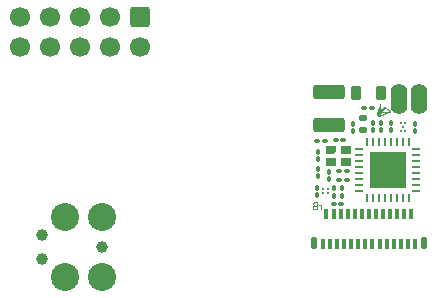
<source format=gbr>
%TF.GenerationSoftware,KiCad,Pcbnew,(7.0.0)*%
%TF.CreationDate,2023-09-15T12:30:04-04:00*%
%TF.ProjectId,headstage-neuropix2e,68656164-7374-4616-9765-2d6e6575726f,B (Beta)*%
%TF.SameCoordinates,Original*%
%TF.FileFunction,Soldermask,Bot*%
%TF.FilePolarity,Negative*%
%FSLAX46Y46*%
G04 Gerber Fmt 4.6, Leading zero omitted, Abs format (unit mm)*
G04 Created by KiCad (PCBNEW (7.0.0)) date 2023-09-15 12:30:04*
%MOMM*%
%LPD*%
G01*
G04 APERTURE LIST*
G04 Aperture macros list*
%AMRoundRect*
0 Rectangle with rounded corners*
0 $1 Rounding radius*
0 $2 $3 $4 $5 $6 $7 $8 $9 X,Y pos of 4 corners*
0 Add a 4 corners polygon primitive as box body*
4,1,4,$2,$3,$4,$5,$6,$7,$8,$9,$2,$3,0*
0 Add four circle primitives for the rounded corners*
1,1,$1+$1,$2,$3*
1,1,$1+$1,$4,$5*
1,1,$1+$1,$6,$7*
1,1,$1+$1,$8,$9*
0 Add four rect primitives between the rounded corners*
20,1,$1+$1,$2,$3,$4,$5,0*
20,1,$1+$1,$4,$5,$6,$7,0*
20,1,$1+$1,$6,$7,$8,$9,0*
20,1,$1+$1,$8,$9,$2,$3,0*%
%AMOutline5P*
0 Free polygon, 5 corners , with rotation*
0 The origin of the aperture is its center*
0 number of corners: always 5*
0 $1 to $10 corner X, Y*
0 $11 Rotation angle, in degrees counterclockwise*
0 create outline with 5 corners*
4,1,5,$1,$2,$3,$4,$5,$6,$7,$8,$9,$10,$1,$2,$11*%
%AMOutline6P*
0 Free polygon, 6 corners , with rotation*
0 The origin of the aperture is its center*
0 number of corners: always 6*
0 $1 to $12 corner X, Y*
0 $13 Rotation angle, in degrees counterclockwise*
0 create outline with 6 corners*
4,1,6,$1,$2,$3,$4,$5,$6,$7,$8,$9,$10,$11,$12,$1,$2,$13*%
%AMOutline7P*
0 Free polygon, 7 corners , with rotation*
0 The origin of the aperture is its center*
0 number of corners: always 7*
0 $1 to $14 corner X, Y*
0 $15 Rotation angle, in degrees counterclockwise*
0 create outline with 7 corners*
4,1,7,$1,$2,$3,$4,$5,$6,$7,$8,$9,$10,$11,$12,$13,$14,$1,$2,$15*%
%AMOutline8P*
0 Free polygon, 8 corners , with rotation*
0 The origin of the aperture is its center*
0 number of corners: always 8*
0 $1 to $16 corner X, Y*
0 $17 Rotation angle, in degrees counterclockwise*
0 create outline with 8 corners*
4,1,8,$1,$2,$3,$4,$5,$6,$7,$8,$9,$10,$11,$12,$13,$14,$15,$16,$1,$2,$17*%
G04 Aperture macros list end*
%ADD10C,0.120000*%
%ADD11C,2.374900*%
%ADD12C,0.990600*%
%ADD13O,1.400000X2.600000*%
%ADD14RoundRect,0.250000X-0.600000X0.600000X-0.600000X-0.600000X0.600000X-0.600000X0.600000X0.600000X0*%
%ADD15C,1.700000*%
%ADD16RoundRect,0.218750X0.218750X0.381250X-0.218750X0.381250X-0.218750X-0.381250X0.218750X-0.381250X0*%
%ADD17RoundRect,0.015000X-0.135000X-0.385000X0.135000X-0.385000X0.135000X0.385000X-0.135000X0.385000X0*%
%ADD18RoundRect,0.020000X-0.180000X-0.455000X0.180000X-0.455000X0.180000X0.455000X-0.180000X0.455000X0*%
%ADD19C,0.216000*%
%ADD20RoundRect,0.100000X-0.100000X0.130000X-0.100000X-0.130000X0.100000X-0.130000X0.100000X0.130000X0*%
%ADD21C,0.200000*%
%ADD22RoundRect,0.100000X-0.130000X-0.100000X0.130000X-0.100000X0.130000X0.100000X-0.130000X0.100000X0*%
%ADD23RoundRect,0.100000X0.130000X0.100000X-0.130000X0.100000X-0.130000X-0.100000X0.130000X-0.100000X0*%
%ADD24RoundRect,0.140000X0.170000X-0.140000X0.170000X0.140000X-0.170000X0.140000X-0.170000X-0.140000X0*%
%ADD25RoundRect,0.100000X0.100000X-0.130000X0.100000X0.130000X-0.100000X0.130000X-0.100000X-0.130000X0*%
%ADD26Outline5P,-0.387500X0.337500X0.387500X0.337500X0.387500X-0.202500X0.252500X-0.337500X-0.387500X-0.337500X0.000000*%
%ADD27RoundRect,0.020250X-0.367250X-0.317250X0.367250X-0.317250X0.367250X0.317250X-0.367250X0.317250X0*%
%ADD28RoundRect,0.036000X-0.264000X0.084000X-0.264000X-0.084000X0.264000X-0.084000X0.264000X0.084000X0*%
%ADD29RoundRect,0.036000X0.084000X0.264000X-0.084000X0.264000X-0.084000X-0.264000X0.084000X-0.264000X0*%
%ADD30RoundRect,0.036000X-0.084000X-0.264000X0.084000X-0.264000X0.084000X0.264000X-0.084000X0.264000X0*%
%ADD31RoundRect,0.062000X-1.488000X-1.488000X1.488000X-1.488000X1.488000X1.488000X-1.488000X1.488000X0*%
%ADD32RoundRect,0.250000X1.075000X-0.375000X1.075000X0.375000X-1.075000X0.375000X-1.075000X-0.375000X0*%
G04 APERTURE END LIST*
D10*
X138394142Y-92713428D02*
X138394142Y-92313428D01*
X138394142Y-92427714D02*
X138365571Y-92370571D01*
X138365571Y-92370571D02*
X138337000Y-92342000D01*
X138337000Y-92342000D02*
X138279857Y-92313428D01*
X138279857Y-92313428D02*
X138222714Y-92313428D01*
X137822713Y-92399142D02*
X137736999Y-92427714D01*
X137736999Y-92427714D02*
X137708428Y-92456285D01*
X137708428Y-92456285D02*
X137679856Y-92513428D01*
X137679856Y-92513428D02*
X137679856Y-92599142D01*
X137679856Y-92599142D02*
X137708428Y-92656285D01*
X137708428Y-92656285D02*
X137736999Y-92684857D01*
X137736999Y-92684857D02*
X137794142Y-92713428D01*
X137794142Y-92713428D02*
X138022713Y-92713428D01*
X138022713Y-92713428D02*
X138022713Y-92113428D01*
X138022713Y-92113428D02*
X137822713Y-92113428D01*
X137822713Y-92113428D02*
X137765571Y-92142000D01*
X137765571Y-92142000D02*
X137736999Y-92170571D01*
X137736999Y-92170571D02*
X137708428Y-92227714D01*
X137708428Y-92227714D02*
X137708428Y-92284857D01*
X137708428Y-92284857D02*
X137736999Y-92342000D01*
X137736999Y-92342000D02*
X137765571Y-92370571D01*
X137765571Y-92370571D02*
X137822713Y-92399142D01*
X137822713Y-92399142D02*
X138022713Y-92399142D01*
%TO.C,G\u002A\u002A\u002A*%
G36*
X143398985Y-84283131D02*
G01*
X143396746Y-84295429D01*
X143393566Y-84313112D01*
X143391240Y-84326319D01*
X143389845Y-84334625D01*
X143389461Y-84337605D01*
X143390873Y-84336794D01*
X143396663Y-84332901D01*
X143406601Y-84326018D01*
X143420341Y-84316390D01*
X143437537Y-84304263D01*
X143457843Y-84289880D01*
X143480913Y-84273488D01*
X143506402Y-84255330D01*
X143533964Y-84235654D01*
X143563253Y-84214702D01*
X143593922Y-84192721D01*
X143615585Y-84177191D01*
X143645692Y-84155639D01*
X143674336Y-84135172D01*
X143701151Y-84116050D01*
X143725772Y-84098530D01*
X143747834Y-84082873D01*
X143766971Y-84069338D01*
X143782817Y-84058184D01*
X143795007Y-84049671D01*
X143803176Y-84044057D01*
X143806958Y-84041602D01*
X143812941Y-84038974D01*
X143827481Y-84036835D01*
X143841810Y-84040266D01*
X143843671Y-84041621D01*
X143849747Y-84046745D01*
X143859604Y-84055387D01*
X143872945Y-84067278D01*
X143889472Y-84082149D01*
X143908889Y-84099729D01*
X143930897Y-84119747D01*
X143955199Y-84141935D01*
X143981499Y-84166021D01*
X144009499Y-84191737D01*
X144038902Y-84218812D01*
X144069409Y-84246975D01*
X144087136Y-84263358D01*
X144121492Y-84295113D01*
X144151904Y-84323250D01*
X144178607Y-84348014D01*
X144201835Y-84369653D01*
X144221824Y-84388414D01*
X144238808Y-84404542D01*
X144253023Y-84418286D01*
X144264704Y-84429891D01*
X144272002Y-84437448D01*
X144274085Y-84439605D01*
X144281401Y-84447673D01*
X144286887Y-84454344D01*
X144290779Y-84459863D01*
X144293310Y-84464477D01*
X144294717Y-84468434D01*
X144295233Y-84471979D01*
X144295095Y-84475359D01*
X144294538Y-84478822D01*
X144293794Y-84482614D01*
X144292334Y-84487833D01*
X144285366Y-84500042D01*
X144274746Y-84510452D01*
X144262007Y-84517385D01*
X144260799Y-84517843D01*
X144254288Y-84520468D01*
X144242858Y-84525165D01*
X144226842Y-84531797D01*
X144206574Y-84540221D01*
X144196950Y-84544231D01*
X144182385Y-84550300D01*
X144154610Y-84561892D01*
X144123580Y-84574859D01*
X144089628Y-84589060D01*
X144053086Y-84604356D01*
X144014289Y-84620607D01*
X143973567Y-84637673D01*
X143931255Y-84655415D01*
X143887684Y-84673692D01*
X143843188Y-84692366D01*
X143798099Y-84711296D01*
X143752749Y-84730342D01*
X143707473Y-84749365D01*
X143662601Y-84768224D01*
X143618468Y-84786782D01*
X143575405Y-84804896D01*
X143533746Y-84822428D01*
X143493823Y-84839239D01*
X143455968Y-84855187D01*
X143420516Y-84870134D01*
X143387797Y-84883940D01*
X143358146Y-84896465D01*
X143331894Y-84907569D01*
X143309375Y-84917112D01*
X143290921Y-84924955D01*
X143276864Y-84930958D01*
X143267539Y-84934981D01*
X143263277Y-84936885D01*
X143260246Y-84938269D01*
X143244899Y-84942346D01*
X143229831Y-84942060D01*
X143216224Y-84937749D01*
X143205265Y-84929748D01*
X143198138Y-84918394D01*
X143197510Y-84916515D01*
X143195214Y-84909172D01*
X143191514Y-84897078D01*
X143186572Y-84880772D01*
X143180551Y-84860797D01*
X143173615Y-84837695D01*
X143165927Y-84812007D01*
X143160270Y-84793053D01*
X143370562Y-84793053D01*
X143371497Y-84792784D01*
X143377137Y-84790622D01*
X143387511Y-84786459D01*
X143402197Y-84780470D01*
X143420774Y-84772832D01*
X143442820Y-84763722D01*
X143467914Y-84753317D01*
X143495635Y-84741792D01*
X143525562Y-84729326D01*
X143557274Y-84716094D01*
X143590348Y-84702273D01*
X143624365Y-84688039D01*
X143658902Y-84673570D01*
X143693539Y-84659042D01*
X143727854Y-84644632D01*
X143761426Y-84630515D01*
X143793834Y-84616869D01*
X143824656Y-84603871D01*
X143853471Y-84591697D01*
X143879858Y-84580524D01*
X143903396Y-84570528D01*
X143923664Y-84561886D01*
X143940239Y-84554774D01*
X143952702Y-84549370D01*
X143960630Y-84545850D01*
X143963603Y-84544390D01*
X143963736Y-84544231D01*
X143962369Y-84543284D01*
X143956962Y-84543810D01*
X143953976Y-84544186D01*
X143945365Y-84545067D01*
X143931796Y-84546364D01*
X143913756Y-84548032D01*
X143891733Y-84550029D01*
X143866212Y-84552310D01*
X143837682Y-84554831D01*
X143806630Y-84557549D01*
X143773541Y-84560420D01*
X143738905Y-84563400D01*
X143710799Y-84565825D01*
X143677519Y-84568741D01*
X143646242Y-84571531D01*
X143617446Y-84574150D01*
X143591611Y-84576551D01*
X143569214Y-84578690D01*
X143550735Y-84580522D01*
X143536654Y-84582001D01*
X143527447Y-84583082D01*
X143523596Y-84583721D01*
X143522180Y-84584908D01*
X143517359Y-84590397D01*
X143514611Y-84593817D01*
X143509763Y-84599851D01*
X143499774Y-84612768D01*
X143487773Y-84628646D01*
X143474142Y-84646985D01*
X143459262Y-84667281D01*
X143443515Y-84689034D01*
X143433382Y-84703144D01*
X143418570Y-84723862D01*
X143405132Y-84742771D01*
X143393412Y-84759380D01*
X143383752Y-84773202D01*
X143376495Y-84783747D01*
X143371984Y-84790527D01*
X143370562Y-84793053D01*
X143160270Y-84793053D01*
X143157650Y-84784274D01*
X143148946Y-84755039D01*
X143143851Y-84737925D01*
X143135335Y-84709425D01*
X143127313Y-84682707D01*
X143119954Y-84658320D01*
X143113421Y-84636810D01*
X143107884Y-84618726D01*
X143106486Y-84614218D01*
X143200381Y-84614218D01*
X143200640Y-84615689D01*
X143202277Y-84622131D01*
X143205171Y-84632550D01*
X143209028Y-84645900D01*
X143213556Y-84661136D01*
X143216212Y-84669906D01*
X143220523Y-84683889D01*
X143224114Y-84695220D01*
X143226671Y-84702913D01*
X143227878Y-84705981D01*
X143228136Y-84706195D01*
X143228652Y-84706021D01*
X143229003Y-84705163D01*
X143320730Y-84705163D01*
X143321601Y-84704422D01*
X143325446Y-84699755D01*
X143331893Y-84691369D01*
X143340457Y-84679909D01*
X143350655Y-84666017D01*
X143362003Y-84650335D01*
X143369284Y-84640180D01*
X143379809Y-84625403D01*
X143388758Y-84612714D01*
X143395669Y-84602778D01*
X143400076Y-84596258D01*
X143401517Y-84593817D01*
X143400078Y-84593604D01*
X143393974Y-84593827D01*
X143384533Y-84594603D01*
X143373277Y-84595759D01*
X143361726Y-84597124D01*
X143351401Y-84598523D01*
X143343825Y-84599785D01*
X143340517Y-84600738D01*
X143339618Y-84603320D01*
X143338413Y-84608247D01*
X143337769Y-84610880D01*
X143335267Y-84622404D01*
X143332319Y-84636922D01*
X143329137Y-84653462D01*
X143326505Y-84667779D01*
X143323933Y-84682446D01*
X143322010Y-84694195D01*
X143320892Y-84702081D01*
X143320730Y-84705163D01*
X143229003Y-84705163D01*
X143229298Y-84704443D01*
X143230231Y-84700735D01*
X143231609Y-84694173D01*
X143233588Y-84684031D01*
X143236325Y-84669584D01*
X143239978Y-84650108D01*
X143240956Y-84644813D01*
X143243407Y-84630795D01*
X143245212Y-84619315D01*
X143246211Y-84611443D01*
X143246245Y-84608247D01*
X143244330Y-84607655D01*
X143237968Y-84607553D01*
X143228955Y-84608223D01*
X143218991Y-84609447D01*
X143209775Y-84611001D01*
X143203005Y-84612665D01*
X143200381Y-84614218D01*
X143106486Y-84614218D01*
X143103506Y-84604613D01*
X143100456Y-84595020D01*
X143098900Y-84590493D01*
X143096047Y-84581122D01*
X143095851Y-84565471D01*
X143101181Y-84548690D01*
X143101257Y-84548521D01*
X143103295Y-84543743D01*
X143107392Y-84533912D01*
X143113411Y-84519364D01*
X143118214Y-84507713D01*
X143356190Y-84507713D01*
X143366809Y-84507327D01*
X143369875Y-84507155D01*
X143379140Y-84506442D01*
X143392226Y-84505304D01*
X143407856Y-84503854D01*
X143424750Y-84502204D01*
X143472072Y-84497468D01*
X143480692Y-84485467D01*
X143590592Y-84485467D01*
X143591054Y-84486047D01*
X143592657Y-84486422D01*
X143595828Y-84486562D01*
X143600993Y-84486439D01*
X143608578Y-84486022D01*
X143619010Y-84485284D01*
X143632714Y-84484194D01*
X143650118Y-84482724D01*
X143671647Y-84480845D01*
X143697727Y-84478528D01*
X143728785Y-84475743D01*
X143765247Y-84472461D01*
X143791856Y-84470066D01*
X143833283Y-84466337D01*
X143869683Y-84463063D01*
X143901564Y-84460200D01*
X143929434Y-84457701D01*
X143953801Y-84455522D01*
X143975171Y-84453618D01*
X143994055Y-84451943D01*
X144010958Y-84450453D01*
X144026389Y-84449101D01*
X144040857Y-84447844D01*
X144054868Y-84446637D01*
X144068930Y-84445433D01*
X144083552Y-84444187D01*
X144087932Y-84443811D01*
X144105381Y-84442212D01*
X144120462Y-84440678D01*
X144132306Y-84439307D01*
X144140049Y-84438197D01*
X144142823Y-84437448D01*
X144141976Y-84436415D01*
X144137362Y-84431801D01*
X144129102Y-84423872D01*
X144117612Y-84413012D01*
X144103311Y-84399605D01*
X144086615Y-84384035D01*
X144067943Y-84366686D01*
X144047711Y-84347942D01*
X144026337Y-84328187D01*
X144004238Y-84307806D01*
X143981832Y-84287182D01*
X143959536Y-84266699D01*
X143937767Y-84246742D01*
X143916944Y-84227694D01*
X143897482Y-84209940D01*
X143879801Y-84193864D01*
X143864316Y-84179849D01*
X143851446Y-84168280D01*
X143841608Y-84159541D01*
X143835219Y-84154016D01*
X143832697Y-84152089D01*
X143831117Y-84153892D01*
X143826399Y-84160003D01*
X143818893Y-84169992D01*
X143808937Y-84183394D01*
X143796866Y-84199748D01*
X143783018Y-84218589D01*
X143767729Y-84239456D01*
X143751336Y-84261885D01*
X143739104Y-84278656D01*
X143734175Y-84285414D01*
X143716584Y-84309578D01*
X143698899Y-84333915D01*
X143681456Y-84357963D01*
X143664593Y-84381258D01*
X143648646Y-84403337D01*
X143633952Y-84423738D01*
X143620847Y-84441996D01*
X143609669Y-84457650D01*
X143600754Y-84470236D01*
X143594438Y-84479292D01*
X143591059Y-84484353D01*
X143590846Y-84484710D01*
X143590592Y-84485467D01*
X143480692Y-84485467D01*
X143541452Y-84400879D01*
X143545849Y-84394759D01*
X143561229Y-84373349D01*
X143575803Y-84353062D01*
X143589138Y-84334503D01*
X143600798Y-84318278D01*
X143610347Y-84304991D01*
X143617352Y-84295249D01*
X143621377Y-84289655D01*
X143626036Y-84282825D01*
X143628327Y-84278656D01*
X143627606Y-84278264D01*
X143626992Y-84278713D01*
X143622227Y-84282141D01*
X143613323Y-84288516D01*
X143600744Y-84297508D01*
X143584951Y-84308787D01*
X143566407Y-84322023D01*
X143545575Y-84336884D01*
X143522917Y-84353042D01*
X143498895Y-84370166D01*
X143490299Y-84376295D01*
X143466659Y-84393179D01*
X143444526Y-84409026D01*
X143424365Y-84423501D01*
X143406643Y-84436267D01*
X143391827Y-84446988D01*
X143380383Y-84455326D01*
X143372778Y-84460946D01*
X143369477Y-84463512D01*
X143366477Y-84468371D01*
X143363138Y-84477216D01*
X143360322Y-84487956D01*
X143356190Y-84507713D01*
X143118214Y-84507713D01*
X143121214Y-84500437D01*
X143130662Y-84477469D01*
X143141616Y-84450795D01*
X143145664Y-84440926D01*
X143241812Y-84440926D01*
X143241933Y-84443071D01*
X143245594Y-84441880D01*
X143253100Y-84437160D01*
X143264740Y-84428758D01*
X143283765Y-84414569D01*
X143296092Y-84349317D01*
X143297984Y-84339229D01*
X143301250Y-84321451D01*
X143303975Y-84306130D01*
X143306017Y-84294087D01*
X143307234Y-84286147D01*
X143307486Y-84283131D01*
X143307465Y-84283120D01*
X143306760Y-84284131D01*
X143305128Y-84287522D01*
X143302429Y-84293630D01*
X143298521Y-84302794D01*
X143293265Y-84315353D01*
X143286518Y-84331646D01*
X143278141Y-84352011D01*
X143267991Y-84376787D01*
X143255929Y-84406312D01*
X143241812Y-84440926D01*
X143145664Y-84440926D01*
X143153939Y-84420755D01*
X143167493Y-84387684D01*
X143182138Y-84351920D01*
X143197736Y-84313800D01*
X143214150Y-84273661D01*
X143231241Y-84231841D01*
X143248871Y-84188676D01*
X143250661Y-84184291D01*
X143268218Y-84141312D01*
X143285211Y-84099751D01*
X143301503Y-84059942D01*
X143316956Y-84022219D01*
X143331432Y-83986915D01*
X143344796Y-83954363D01*
X143356910Y-83924897D01*
X143367637Y-83898851D01*
X143376839Y-83876559D01*
X143384380Y-83858352D01*
X143390123Y-83844566D01*
X143393930Y-83835534D01*
X143395664Y-83831589D01*
X143396692Y-83829709D01*
X143405748Y-83819452D01*
X143417941Y-83812593D01*
X143431702Y-83809520D01*
X143445466Y-83810619D01*
X143457665Y-83816277D01*
X143460952Y-83818949D01*
X143469856Y-83828925D01*
X143476047Y-83840042D01*
X143478318Y-83850315D01*
X143478155Y-83851898D01*
X143477057Y-83859029D01*
X143474993Y-83871228D01*
X143472043Y-83888050D01*
X143468289Y-83909052D01*
X143463810Y-83933789D01*
X143458688Y-83961816D01*
X143453003Y-83992690D01*
X143446835Y-84025964D01*
X143440267Y-84061196D01*
X143433377Y-84097941D01*
X143429391Y-84119166D01*
X143422725Y-84154769D01*
X143416445Y-84188449D01*
X143410630Y-84219781D01*
X143405356Y-84248338D01*
X143400702Y-84273696D01*
X143398985Y-84283131D01*
G37*
%TD*%
D11*
%TO.C,J5*%
X119830000Y-98440000D03*
D12*
X119830000Y-95900000D03*
D11*
X119830000Y-93360000D03*
X116655000Y-98440000D03*
X116655000Y-93360000D03*
D12*
X114750000Y-96916000D03*
X114750000Y-94884000D03*
%TD*%
D13*
%TO.C,TP2*%
X146634999Y-83419999D03*
%TD*%
%TO.C,TP1*%
X144954999Y-83419999D03*
%TD*%
D14*
%TO.C,J4*%
X123080000Y-76447500D03*
D15*
X123080000Y-78987500D03*
X120540000Y-76447500D03*
X120540000Y-78987500D03*
X118000000Y-76447500D03*
X118000000Y-78987500D03*
X115460000Y-76447500D03*
X115460000Y-78987500D03*
X112920000Y-76447500D03*
X112920000Y-78987500D03*
%TD*%
D16*
%TO.C,L2*%
X143450000Y-82900000D03*
X141325000Y-82900000D03*
%TD*%
D17*
%TO.C,J3*%
X146325000Y-95625000D03*
X146025000Y-93155000D03*
X145725000Y-95625000D03*
X145425000Y-93155000D03*
X145125000Y-95625000D03*
X144825000Y-93155000D03*
X144525000Y-95625000D03*
X144225000Y-93155000D03*
X143925000Y-95625000D03*
X143625000Y-93155000D03*
X143325000Y-95625000D03*
X143025000Y-93155000D03*
X142725000Y-95625000D03*
X142425000Y-93155000D03*
X142125000Y-95625000D03*
X141825000Y-93155000D03*
X141525000Y-95625000D03*
X141225000Y-93155000D03*
X140925000Y-95625000D03*
X140625000Y-93155000D03*
X140325000Y-95625000D03*
X140025000Y-93155000D03*
X139725000Y-95625000D03*
X139425000Y-93155000D03*
X139125000Y-95625000D03*
X138825000Y-93155000D03*
X138525000Y-95625000D03*
D18*
X147060000Y-95580000D03*
X137790000Y-95580000D03*
%TD*%
D19*
%TO.C,U6*%
X145503000Y-85377500D03*
X145103000Y-85377500D03*
X145303000Y-85724000D03*
X145503000Y-86070500D03*
X145103000Y-86070500D03*
%TD*%
D20*
%TO.C,C25*%
X146340000Y-85480000D03*
X146340000Y-86120000D03*
%TD*%
D21*
%TO.C,U2*%
X138570000Y-91025000D03*
X138570000Y-91375000D03*
X138920000Y-91025000D03*
X138920000Y-91375000D03*
%TD*%
D22*
%TO.C,R5*%
X138055000Y-86900000D03*
X138695000Y-86900000D03*
%TD*%
D23*
%TO.C,C28*%
X140065000Y-92300000D03*
X139425000Y-92300000D03*
%TD*%
D24*
%TO.C,C12*%
X141925000Y-85980000D03*
X141925000Y-85020000D03*
%TD*%
D25*
%TO.C,C11*%
X143475000Y-86040000D03*
X143475000Y-85400000D03*
%TD*%
%TO.C,R11*%
X140165000Y-91570000D03*
X140165000Y-90930000D03*
%TD*%
D20*
%TO.C,L3*%
X141055000Y-85460000D03*
X141055000Y-86100000D03*
%TD*%
D25*
%TO.C,C4*%
X139445000Y-91570000D03*
X139445000Y-90930000D03*
%TD*%
D23*
%TO.C,R12*%
X140545000Y-89500000D03*
X139905000Y-89500000D03*
%TD*%
D22*
%TO.C,C21*%
X139615000Y-86860000D03*
X140255000Y-86860000D03*
%TD*%
D26*
%TO.C,U5*%
X139187499Y-87712499D03*
D27*
X140462500Y-87712500D03*
X140462500Y-88687500D03*
X139187500Y-88687500D03*
%TD*%
D25*
%TO.C,C27*%
X139055000Y-90160000D03*
X139055000Y-89520000D03*
%TD*%
D23*
%TO.C,C24*%
X140545000Y-90200000D03*
X139905000Y-90200000D03*
%TD*%
D22*
%TO.C,R2*%
X142005000Y-84100000D03*
X142645000Y-84100000D03*
%TD*%
D20*
%TO.C,C5*%
X138045000Y-90880000D03*
X138045000Y-91520000D03*
%TD*%
%TO.C,C26*%
X138125000Y-89300000D03*
X138125000Y-89940000D03*
%TD*%
D25*
%TO.C,C10*%
X142775000Y-86020000D03*
X142775000Y-85380000D03*
%TD*%
D28*
%TO.C,U3*%
X141625000Y-91150000D03*
X141625000Y-90650000D03*
X141625000Y-90150000D03*
X141625000Y-89650000D03*
X141625000Y-89150000D03*
X141625000Y-88650000D03*
X141625000Y-88150000D03*
X141625000Y-87650000D03*
D29*
X142275000Y-87000000D03*
X142775000Y-87000000D03*
X143275000Y-87000000D03*
X143775000Y-87000000D03*
X144275000Y-87000000D03*
X144775000Y-87000000D03*
D30*
X145275000Y-87000000D03*
D29*
X145775000Y-87000000D03*
D28*
X146425000Y-87650000D03*
X146425000Y-88150000D03*
X146425000Y-88650000D03*
X146425000Y-89150000D03*
X146425000Y-89650000D03*
X146425000Y-90150001D03*
X146425000Y-90650000D03*
X146425000Y-91150000D03*
D29*
X145775000Y-91800000D03*
X145275000Y-91800000D03*
X144775000Y-91800000D03*
X144275000Y-91800000D03*
X143775000Y-91800000D03*
X143275000Y-91800000D03*
X142775000Y-91800000D03*
X142275000Y-91800000D03*
D31*
X144025000Y-89400000D03*
%TD*%
D32*
%TO.C,L1*%
X139025000Y-85600000D03*
X139025000Y-82800000D03*
%TD*%
D25*
%TO.C,C23*%
X138145000Y-88490000D03*
X138145000Y-87850000D03*
%TD*%
%TO.C,C20*%
X144325000Y-86020000D03*
X144325000Y-85380000D03*
%TD*%
M02*

</source>
